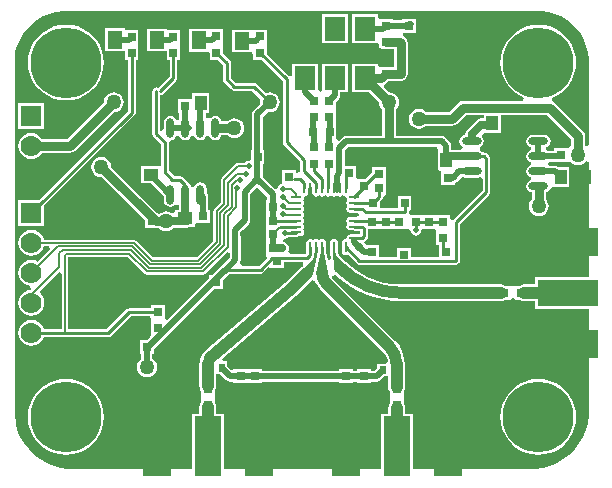
<source format=gtl>
G04 Layer_Physical_Order=1*
G04 Layer_Color=255*
%FSAX24Y24*%
%MOIN*%
G70*
G01*
G75*
%ADD10C,0.0100*%
%ADD11C,0.0394*%
%ADD12R,0.0300X0.0300*%
%ADD13R,0.0300X0.0300*%
%ADD14R,0.0500X0.0600*%
%ADD15R,0.0709X0.0787*%
%ADD16R,0.0900X0.2000*%
%ADD17R,0.2000X0.0900*%
%ADD18O,0.0256X0.0650*%
%ADD19R,0.1220X0.0949*%
%ADD20O,0.0650X0.0256*%
%ADD21R,0.0949X0.1220*%
%ADD22R,0.0500X0.0400*%
%ADD23R,0.0400X0.0500*%
%ADD24R,0.1437X0.1437*%
%ADD25O,0.0098X0.0374*%
%ADD26O,0.0374X0.0098*%
%ADD27R,0.0228X0.0252*%
%ADD28C,0.0200*%
%ADD29C,0.0276*%
%ADD30C,0.0300*%
%ADD31C,0.0080*%
%ADD32C,0.0060*%
%ADD33C,0.0250*%
%ADD34C,0.0236*%
%ADD35C,0.2362*%
%ADD36R,0.0950X0.2000*%
%ADD37C,0.0700*%
%ADD38R,0.0700X0.0700*%
%ADD39R,0.2000X0.0950*%
%ADD40C,0.0200*%
%ADD41C,0.0250*%
%ADD42C,0.0500*%
%ADD43C,0.0280*%
%ADD44C,0.0197*%
G36*
X020790Y017350D02*
X020792Y017319D01*
X020804Y017259D01*
X020827Y017202D01*
X020861Y017151D01*
X020882Y017128D01*
X020882Y017128D01*
X021100Y016910D01*
X020740Y016750D01*
X020700Y017350D01*
X020790Y017400D01*
Y017350D01*
D02*
G37*
G36*
X020540Y016650D02*
X020352Y016610D01*
X020160D01*
X020300Y017310D01*
X020400D01*
X020540Y016650D01*
D02*
G37*
G36*
X024150Y017990D02*
X024150Y017980D01*
Y017530D01*
X024240D01*
Y017152D01*
X023320D01*
Y017440D01*
X022860D01*
Y017152D01*
X022250D01*
Y017540D01*
X021804D01*
X021799Y017564D01*
X021751Y017636D01*
X021777Y017660D01*
X021788Y017667D01*
X021854Y017733D01*
X021854Y017733D01*
X021882Y017776D01*
X021892Y017827D01*
Y018080D01*
X023150D01*
X023160Y018080D01*
X023207D01*
X023287Y018030D01*
X023301Y017960D01*
X023340Y017900D01*
X023400Y017861D01*
X023470Y017847D01*
X023540Y017861D01*
X023600Y017900D01*
X023639Y017960D01*
X023653Y018030D01*
X023695Y018080D01*
X024126D01*
X024150Y017990D01*
D02*
G37*
G36*
X018517Y019154D02*
Y019030D01*
X018470D01*
Y018570D01*
Y018120D01*
Y017670D01*
Y017220D01*
X018471D01*
X018513Y017120D01*
X018245Y016852D01*
X017668D01*
X017615Y016952D01*
X017619Y016960D01*
X017633Y017030D01*
Y017974D01*
X017900Y018240D01*
X017939Y018300D01*
X017953Y018370D01*
Y019244D01*
X018190Y019481D01*
X018517Y019154D01*
D02*
G37*
G36*
X020160Y017030D02*
X020050Y016560D01*
X019780Y016570D01*
Y016790D01*
X020080Y017110D01*
X020160Y017030D01*
D02*
G37*
G36*
X017150Y013040D02*
X017210Y013001D01*
X017280Y012987D01*
X017370D01*
X017430Y012945D01*
Y012945D01*
X017890D01*
Y012945D01*
X017900Y012950D01*
X018360D01*
Y012987D01*
X020930D01*
Y012940D01*
X021390D01*
Y012987D01*
X021530D01*
Y012935D01*
X021990D01*
Y012987D01*
X022167D01*
X022237Y013001D01*
X022297Y013040D01*
X022431Y013174D01*
X022552D01*
Y012820D01*
X022561Y012748D01*
X022589Y012680D01*
X022605Y012660D01*
Y012535D01*
X022605Y012525D01*
Y012435D01*
X022605Y012425D01*
Y012245D01*
X022593Y012230D01*
X022565Y012162D01*
X022555Y012090D01*
Y011907D01*
X022305D01*
Y010081D01*
X017065Y010081D01*
Y011907D01*
X016815D01*
Y012125D01*
X016805Y012197D01*
X016777Y012264D01*
X016765Y012280D01*
Y012425D01*
X016765Y012435D01*
Y012525D01*
X016765Y012535D01*
Y012685D01*
X016777Y012700D01*
X016805Y012768D01*
X016815Y012840D01*
Y013244D01*
X016946D01*
X017150Y013040D01*
D02*
G37*
G36*
X020963Y016392D02*
X021215Y016205D01*
X021485Y016043D01*
X021770Y015908D01*
X022066Y015802D01*
X022372Y015726D01*
X022683Y015680D01*
X022998Y015664D01*
Y015666D01*
X026310D01*
X026382Y015675D01*
X026450Y015703D01*
X026465Y015715D01*
X026639D01*
X026648Y015715D01*
X026739D01*
X026748Y015715D01*
X026925D01*
X026940Y015703D01*
X027008Y015675D01*
X027080Y015666D01*
X027463D01*
Y015415D01*
X029245D01*
X029245Y011996D01*
X029245Y011870D01*
X029213Y011621D01*
X029148Y011379D01*
X029052Y011147D01*
X028926Y010930D01*
X028773Y010731D01*
X028596Y010553D01*
X028397Y010400D01*
X028179Y010275D01*
X027948Y010179D01*
X027705Y010114D01*
X027456Y010081D01*
X027331Y010081D01*
X023365D01*
Y011907D01*
X023114D01*
Y012090D01*
X023104Y012162D01*
X023076Y012230D01*
X023065Y012245D01*
Y012425D01*
X023065Y012435D01*
Y012525D01*
X023065Y012535D01*
Y012670D01*
X023072Y012680D01*
X023100Y012748D01*
X023110Y012820D01*
Y013583D01*
X023111D01*
X023097Y013754D01*
X023057Y013920D01*
X022992Y014079D01*
X022902Y014225D01*
X022791Y014355D01*
X022790Y014355D01*
X022790Y014355D01*
X020691Y016453D01*
X020688Y016456D01*
X020677Y016473D01*
X020684Y016510D01*
X020792Y016547D01*
X020963Y016392D01*
D02*
G37*
G36*
X017267Y017258D02*
Y017106D01*
X017030Y016870D01*
X017000Y016850D01*
X016680Y016530D01*
X016580D01*
Y016430D01*
X015195Y015045D01*
X015110Y015101D01*
Y015540D01*
X014650D01*
Y015432D01*
X013920D01*
X013920Y015432D01*
X013869Y015422D01*
X013826Y015394D01*
X013826Y015394D01*
X013175Y014742D01*
X011892D01*
Y017138D01*
X013884D01*
X014441Y016581D01*
X014477Y016556D01*
X014520Y016548D01*
X016379D01*
X016422Y016556D01*
X016458Y016581D01*
X017174Y017297D01*
X017267Y017258D01*
D02*
G37*
G36*
X020121Y016335D02*
X020129Y016306D01*
X020200Y016174D01*
X020296Y016058D01*
X020297Y016058D01*
X022395Y013960D01*
X022401Y013955D01*
X022482Y013850D01*
X022535Y013721D01*
X022540Y013686D01*
X022452Y013586D01*
X022183D01*
Y013445D01*
X022091Y013353D01*
X021990D01*
Y013395D01*
X021530D01*
Y013353D01*
X021390D01*
Y013400D01*
X020930D01*
Y013353D01*
X018360D01*
Y013410D01*
X017900D01*
Y013410D01*
X017890Y013405D01*
X017430D01*
X017430Y013405D01*
X017330Y013379D01*
X017194Y013515D01*
Y013656D01*
X017050D01*
X017016Y013750D01*
X019488Y015845D01*
X019496Y015854D01*
X019505Y015861D01*
X020008Y016363D01*
X020121Y016335D01*
D02*
G37*
G36*
X028656Y021073D02*
Y020867D01*
X028558Y020770D01*
X028550Y020770D01*
X028525Y020770D01*
X028090D01*
Y020683D01*
X027859D01*
X027840Y020696D01*
X027824Y020699D01*
Y020801D01*
X027840Y020804D01*
X027909Y020850D01*
X027955Y020919D01*
X027971Y021000D01*
X027955Y021081D01*
X027909Y021150D01*
X027840Y021196D01*
X027759Y021212D01*
X027365D01*
X027284Y021196D01*
X027215Y021150D01*
X027170Y021081D01*
X027153Y021000D01*
X027170Y020919D01*
X027215Y020850D01*
X027284Y020804D01*
X027300Y020801D01*
Y020699D01*
X027284Y020696D01*
X027215Y020650D01*
X027170Y020581D01*
X027153Y020500D01*
X027170Y020419D01*
X027215Y020350D01*
X027284Y020304D01*
X027300Y020301D01*
Y020199D01*
X027284Y020196D01*
X027215Y020150D01*
X027170Y020081D01*
X027153Y020000D01*
X027170Y019919D01*
X027215Y019850D01*
X027284Y019804D01*
X027300Y019801D01*
Y019699D01*
X027284Y019696D01*
X027215Y019650D01*
X027170Y019581D01*
X027153Y019500D01*
X027170Y019419D01*
X027215Y019350D01*
X027284Y019304D01*
X027336Y019294D01*
Y019066D01*
X027335Y019065D01*
X027282Y018996D01*
X027249Y018916D01*
X027237Y018830D01*
X027249Y018744D01*
X027282Y018664D01*
X027335Y018595D01*
X027404Y018542D01*
X027484Y018509D01*
X027570Y018497D01*
X027656Y018509D01*
X027736Y018542D01*
X027805Y018595D01*
X027858Y018664D01*
X027891Y018744D01*
X027903Y018830D01*
X027891Y018916D01*
X027858Y018996D01*
X027805Y019065D01*
X027804Y019066D01*
Y019297D01*
X027840Y019304D01*
X027909Y019350D01*
X027946Y019406D01*
X027981Y019436D01*
X028032Y019470D01*
X028067Y019470D01*
X028580D01*
Y020130D01*
X028229D01*
X028170Y020169D01*
X028100Y020183D01*
X027920D01*
X027881Y020283D01*
X027918Y020317D01*
X028090D01*
Y020310D01*
X028525D01*
X028550Y020310D01*
X028650Y020311D01*
X028655Y020305D01*
X028724Y020252D01*
X028804Y020219D01*
X028890Y020207D01*
X028976Y020219D01*
X029056Y020252D01*
X029125Y020305D01*
X029145Y020331D01*
X029245Y020297D01*
Y016475D01*
X027463D01*
Y016224D01*
X027080D01*
X027008Y016215D01*
X026940Y016187D01*
X026925Y016175D01*
X026748D01*
X026739Y016175D01*
X026648D01*
X026639Y016175D01*
X026465D01*
X026450Y016187D01*
X026382Y016215D01*
X026310Y016224D01*
X022998D01*
X022998Y016224D01*
Y016224D01*
X022899Y016228D01*
X022701Y016239D01*
X022408Y016289D01*
X022122Y016371D01*
X021848Y016485D01*
X021588Y016629D01*
X021346Y016801D01*
X021149Y016976D01*
X020941Y017184D01*
X020926Y017201D01*
X020899Y017241D01*
X020882Y017283D01*
X020874Y017323D01*
X020877Y017338D01*
Y017613D01*
X020867Y017664D01*
X020838Y017706D01*
X020796Y017735D01*
X020745Y017745D01*
X020695Y017735D01*
X020652Y017706D01*
X020624Y017664D01*
X020614Y017613D01*
Y017338D01*
X020622Y017296D01*
X020637Y017066D01*
X020538Y017052D01*
X020484Y017307D01*
Y017476D01*
X020483Y017480D01*
Y017613D01*
X020473Y017664D01*
X020445Y017706D01*
X020402Y017735D01*
X020352Y017745D01*
X020301Y017735D01*
X020258Y017706D01*
X020248D01*
X020205Y017735D01*
X020155Y017745D01*
X020104Y017735D01*
X020062Y017706D01*
X020051D01*
X020008Y017735D01*
X019958Y017745D01*
X019907Y017735D01*
X019865Y017706D01*
X019836Y017664D01*
X019826Y017613D01*
Y017480D01*
X019825Y017476D01*
Y017259D01*
X019798Y017232D01*
X019283D01*
X019229Y017332D01*
X019237Y017344D01*
X019254Y017430D01*
X019237Y017516D01*
X019189Y017589D01*
X019116Y017637D01*
X019043Y017652D01*
X019041Y017654D01*
X019089Y017735D01*
X019100Y017744D01*
X019170Y017758D01*
X019226Y017795D01*
X019476D01*
X019526Y017805D01*
X019557Y017826D01*
X019613D01*
X019664Y017836D01*
X019706Y017865D01*
X019735Y017907D01*
X019745Y017958D01*
X019735Y018008D01*
X019709Y018056D01*
X019735Y018104D01*
X019745Y018155D01*
X019735Y018205D01*
X019709Y018253D01*
X019735Y018301D01*
X019745Y018352D01*
X019735Y018402D01*
X019709Y018450D01*
X019735Y018498D01*
X019745Y018548D01*
X019735Y018599D01*
X019709Y018647D01*
X019735Y018695D01*
X019745Y018745D01*
X019735Y018796D01*
X019709Y018844D01*
X019735Y018892D01*
X019745Y018942D01*
X019735Y018993D01*
X019706Y019035D01*
Y019046D01*
X019735Y019089D01*
X019745Y019139D01*
X019761Y019155D01*
X019811Y019165D01*
X019854Y019194D01*
X019883Y019236D01*
X019893Y019287D01*
Y019420D01*
X019893Y019424D01*
Y019439D01*
X019993Y019492D01*
X020022Y019473D01*
Y019424D01*
X020023Y019420D01*
Y019287D01*
X020033Y019236D01*
X020062Y019194D01*
X020104Y019165D01*
X020155Y019155D01*
X020205Y019165D01*
X020253Y019191D01*
X020301Y019165D01*
X020352Y019155D01*
X020402Y019165D01*
X020450Y019191D01*
X020498Y019165D01*
X020548Y019155D01*
X020599Y019165D01*
X020647Y019191D01*
X020695Y019165D01*
X020745Y019155D01*
X020796Y019165D01*
X020827Y019186D01*
X020855Y019180D01*
X020866Y019182D01*
X020892Y019165D01*
X020942Y019155D01*
X020993Y019165D01*
X021035Y019194D01*
X021046D01*
X021089Y019165D01*
X021139Y019155D01*
X021155Y019139D01*
X021165Y019089D01*
X021191Y019041D01*
X021165Y018993D01*
X021155Y018942D01*
X021165Y018892D01*
X021191Y018844D01*
X021165Y018796D01*
X021155Y018745D01*
X021165Y018695D01*
X021194Y018652D01*
X021236Y018624D01*
X021287Y018614D01*
X021420D01*
X021424Y018613D01*
X021562D01*
X021582Y018584D01*
X021528Y018484D01*
X021424D01*
X021420Y018483D01*
X021287D01*
X021236Y018473D01*
X021194Y018445D01*
X021165Y018402D01*
X021155Y018352D01*
X021165Y018301D01*
X021191Y018253D01*
X021165Y018205D01*
X021155Y018155D01*
X021165Y018104D01*
X021194Y018062D01*
X021236Y018033D01*
X021287Y018023D01*
X021420D01*
X021424Y018022D01*
X021628D01*
Y017893D01*
X021424D01*
X021420Y017893D01*
X021287D01*
X021236Y017883D01*
X021194Y017854D01*
X021165Y017811D01*
X021155Y017761D01*
X021139Y017745D01*
X021089Y017735D01*
X021046Y017706D01*
X021017Y017664D01*
X021007Y017613D01*
Y017480D01*
X021007Y017476D01*
X021007Y017472D01*
Y017338D01*
X021017Y017287D01*
X021046Y017245D01*
X021089Y017216D01*
X021139Y017206D01*
X021189Y017216D01*
X021202Y017225D01*
X021501Y016926D01*
X021501Y016926D01*
X021544Y016898D01*
X021595Y016888D01*
X021595Y016888D01*
X024810D01*
X024861Y016898D01*
X024904Y016926D01*
X024932Y016969D01*
X024942Y017020D01*
Y018235D01*
X025924Y019216D01*
X025924Y019216D01*
X025952Y019259D01*
X025962Y019310D01*
X025962Y019310D01*
Y020417D01*
X025952Y020467D01*
X025924Y020510D01*
X025840Y020594D01*
X025797Y020622D01*
X025747Y020632D01*
X025747Y020632D01*
X025696D01*
X025685Y020650D01*
X025616Y020696D01*
X025600Y020699D01*
Y020801D01*
X025616Y020804D01*
X025685Y020850D01*
X025730Y020919D01*
X025747Y021000D01*
X025730Y021081D01*
X025685Y021150D01*
X025715Y021238D01*
X025763Y021280D01*
X026300D01*
Y021886D01*
X027843D01*
X028656Y021073D01*
D02*
G37*
G36*
X027559Y025333D02*
X027670Y025333D01*
X027891Y025302D01*
X028106Y025243D01*
X028311Y025156D01*
X028503Y025043D01*
X028678Y024906D01*
X028835Y024748D01*
X028969Y024570D01*
X029079Y024376D01*
X029163Y024170D01*
X029219Y023954D01*
X029246Y023733D01*
X029245Y023622D01*
X029245Y023622D01*
X029245Y023622D01*
Y020884D01*
X029145Y020833D01*
X029124Y020848D01*
Y021170D01*
X029124Y021170D01*
X029107Y021260D01*
X029056Y021336D01*
X029056Y021336D01*
X028106Y022286D01*
X028030Y022337D01*
X028015Y022340D01*
X028008Y022443D01*
X028133Y022495D01*
X028303Y022599D01*
X028453Y022728D01*
X028582Y022879D01*
X028686Y023048D01*
X028762Y023231D01*
X028808Y023424D01*
X028824Y023622D01*
X028808Y023820D01*
X028762Y024013D01*
X028686Y024196D01*
X028582Y024366D01*
X028453Y024516D01*
X028303Y024645D01*
X028133Y024749D01*
X027950Y024825D01*
X027757Y024871D01*
X027559Y024887D01*
X027361Y024871D01*
X027168Y024825D01*
X026985Y024749D01*
X026816Y024645D01*
X026665Y024516D01*
X026536Y024366D01*
X026432Y024196D01*
X026356Y024013D01*
X026310Y023820D01*
X026294Y023622D01*
X026310Y023424D01*
X026356Y023231D01*
X026432Y023048D01*
X026536Y022879D01*
X026665Y022728D01*
X026816Y022599D01*
X026985Y022495D01*
X027083Y022454D01*
X027063Y022354D01*
X025040D01*
X025040Y022354D01*
X024950Y022337D01*
X024874Y022286D01*
X024874Y022286D01*
X024573Y021984D01*
X023816D01*
X023815Y021985D01*
X023746Y022038D01*
X023666Y022071D01*
X023580Y022083D01*
X023494Y022071D01*
X023414Y022038D01*
X023345Y021985D01*
X023292Y021916D01*
X023259Y021836D01*
X023247Y021750D01*
X023259Y021664D01*
X023292Y021584D01*
X023345Y021515D01*
X023414Y021462D01*
X023494Y021429D01*
X023580Y021417D01*
X023666Y021429D01*
X023746Y021462D01*
X023815Y021515D01*
X023816Y021516D01*
X024670D01*
X024670Y021516D01*
X024760Y021533D01*
X024836Y021584D01*
X025137Y021886D01*
X025740D01*
Y021772D01*
X025660D01*
X025575Y021755D01*
X025503Y021707D01*
X025181Y021385D01*
X025133Y021313D01*
X025116Y021228D01*
Y021207D01*
X025060Y021196D01*
X024991Y021150D01*
X024945Y021081D01*
X024929Y021000D01*
X024945Y020919D01*
X024991Y020850D01*
X025053Y020809D01*
X025054Y020802D01*
X024993Y020709D01*
X024663D01*
Y020850D01*
X024649Y020920D01*
X024610Y020980D01*
X024470Y021120D01*
X024410Y021159D01*
X024340Y021173D01*
X022814D01*
Y022064D01*
X022815Y022065D01*
X022868Y022134D01*
X022901Y022214D01*
X022913Y022300D01*
X022901Y022386D01*
X022868Y022466D01*
X022815Y022535D01*
X022746Y022588D01*
X022666Y022621D01*
X022580Y022633D01*
X022579Y022633D01*
X022428Y022783D01*
X022426Y022808D01*
X022450Y022903D01*
X022496Y022934D01*
X022577Y023016D01*
X022980D01*
X023070Y023033D01*
X023146Y023084D01*
X023197Y023160D01*
X023214Y023250D01*
Y023550D01*
X023230D01*
Y024010D01*
X023214D01*
Y024280D01*
X023214Y024280D01*
X023197Y024370D01*
X023146Y024446D01*
X023146Y024446D01*
X023126Y024466D01*
X023050Y024517D01*
X023032Y024520D01*
X023042Y024620D01*
X023480D01*
Y024888D01*
X023483Y024911D01*
X023480Y024923D01*
Y025080D01*
X023312D01*
X023289Y025083D01*
X023237Y025080D01*
X023020D01*
Y025033D01*
X022710D01*
Y025080D01*
X022250D01*
X022214Y025165D01*
Y025227D01*
X021346D01*
Y024280D01*
X022151D01*
X022215Y024278D01*
X022250Y024195D01*
Y024070D01*
X022457D01*
X022480Y024066D01*
X022746D01*
Y023484D01*
X022480D01*
X022480Y023484D01*
X022457Y023480D01*
X022250D01*
X022214Y023565D01*
Y023574D01*
X021346D01*
Y022626D01*
X021922D01*
X022247Y022301D01*
X022247Y022300D01*
X022259Y022214D01*
X022292Y022134D01*
X022345Y022065D01*
X022346Y022064D01*
Y021173D01*
X021150D01*
X021080Y021159D01*
X021020Y021120D01*
X020901Y021001D01*
X020830Y021071D01*
Y021530D01*
X020830D01*
X020810Y021570D01*
Y022020D01*
X020810Y022030D01*
Y022120D01*
X020810Y022130D01*
Y022320D01*
X020910Y022420D01*
X020949Y022480D01*
X020963Y022550D01*
Y022626D01*
X021214D01*
Y023574D01*
X020346D01*
Y022669D01*
X020321Y022657D01*
X020303Y022651D01*
X020214Y022710D01*
Y023574D01*
X019346D01*
Y023210D01*
X019316Y023189D01*
X019246Y023172D01*
X018520Y023897D01*
Y024170D01*
X018520Y024170D01*
Y024260D01*
X018520D01*
X018520Y024270D01*
Y024720D01*
X018060D01*
Y024720D01*
X018020D01*
Y024720D01*
X017360D01*
Y023960D01*
X018020D01*
X018060Y023877D01*
Y023710D01*
X018333D01*
X019038Y023005D01*
Y020960D01*
X019038Y020960D01*
X019048Y020909D01*
X019076Y020866D01*
X019618Y020325D01*
Y020020D01*
X019568Y019964D01*
X019500Y019955D01*
X019490Y019961D01*
Y020050D01*
X019030D01*
Y019590D01*
X019030Y019590D01*
X018990Y019579D01*
X018930Y019540D01*
X018891Y019480D01*
X018884Y019447D01*
X018786Y019408D01*
X018782Y019408D01*
X018373Y019816D01*
Y020250D01*
X018430D01*
Y020710D01*
X018373D01*
Y021814D01*
X018535Y021976D01*
X018600Y021967D01*
X018686Y021979D01*
X018766Y022012D01*
X018835Y022065D01*
X018888Y022134D01*
X018921Y022214D01*
X018933Y022300D01*
X018921Y022386D01*
X018888Y022466D01*
X018835Y022535D01*
X018766Y022588D01*
X018686Y022621D01*
X018600Y022633D01*
X018514Y022621D01*
X018480Y022607D01*
X018174Y022914D01*
X018131Y022942D01*
X018080Y022952D01*
X018080Y022952D01*
X017475D01*
X017312Y023115D01*
Y023600D01*
X017312Y023600D01*
X017302Y023651D01*
X017274Y023694D01*
X017274Y023694D01*
X017060Y023907D01*
Y024180D01*
X017060Y024180D01*
Y024270D01*
X017060D01*
X017060Y024280D01*
Y024730D01*
X016600D01*
Y024730D01*
X016570Y024740D01*
X016570Y024740D01*
X016504Y024740D01*
X015910D01*
Y023980D01*
X016570D01*
X016600Y023893D01*
Y023720D01*
X016873D01*
X017048Y023545D01*
Y023060D01*
X017048Y023060D01*
X017058Y023009D01*
X017086Y022966D01*
X017326Y022726D01*
X017326Y022726D01*
X017369Y022698D01*
X017420Y022688D01*
X018025D01*
X018293Y022420D01*
X018279Y022386D01*
X018267Y022300D01*
X018276Y022235D01*
X018060Y022020D01*
X018021Y021960D01*
X018007Y021890D01*
Y020710D01*
X017970D01*
Y020411D01*
X017900Y020353D01*
X017830Y020339D01*
X017770Y020300D01*
X017759Y020282D01*
X017540D01*
X017497Y020274D01*
X017461Y020249D01*
X017001Y019789D01*
X016976Y019753D01*
X016968Y019710D01*
Y018946D01*
X016761Y018738D01*
X016736Y018702D01*
X016728Y018659D01*
Y017676D01*
X016184Y017132D01*
X014716D01*
X014158Y017689D01*
X014122Y017714D01*
X014079Y017722D01*
X011079D01*
X011079Y017722D01*
X011036Y017827D01*
X010967Y017917D01*
X010877Y017986D01*
X010772Y018029D01*
X010660Y018044D01*
X010548Y018029D01*
X010443Y017986D01*
X010353Y017917D01*
X010284Y017827D01*
X010241Y017722D01*
X010226Y017610D01*
X010241Y017498D01*
X010284Y017393D01*
X010353Y017303D01*
X010443Y017234D01*
X010548Y017191D01*
X010660Y017176D01*
X010772Y017191D01*
X010877Y017234D01*
X010967Y017303D01*
X011036Y017393D01*
X011079Y017498D01*
X011079Y017498D01*
X011259D01*
X011297Y017406D01*
X010877Y016985D01*
X010877Y016986D01*
X010772Y017029D01*
X010660Y017044D01*
X010548Y017029D01*
X010443Y016986D01*
X010353Y016917D01*
X010284Y016827D01*
X010241Y016722D01*
X010226Y016610D01*
X010241Y016498D01*
X010284Y016393D01*
X010353Y016303D01*
X010443Y016234D01*
X010548Y016191D01*
X010602Y016184D01*
X010618Y016170D01*
X010653Y016079D01*
X010624Y016039D01*
X010548Y016029D01*
X010443Y015986D01*
X010353Y015917D01*
X010284Y015827D01*
X010241Y015722D01*
X010226Y015610D01*
X010241Y015498D01*
X010284Y015393D01*
X010353Y015303D01*
X010443Y015234D01*
X010548Y015191D01*
X010660Y015176D01*
X010772Y015191D01*
X010877Y015234D01*
X010967Y015303D01*
X011036Y015393D01*
X011079Y015498D01*
X011094Y015610D01*
X011079Y015722D01*
X011036Y015827D01*
X010967Y015917D01*
X010960Y016012D01*
X011576Y016627D01*
X011668Y016589D01*
Y014742D01*
X011070D01*
X011036Y014827D01*
X010967Y014917D01*
X010877Y014986D01*
X010772Y015029D01*
X010660Y015044D01*
X010548Y015029D01*
X010443Y014986D01*
X010353Y014917D01*
X010284Y014827D01*
X010241Y014722D01*
X010226Y014610D01*
X010241Y014498D01*
X010284Y014393D01*
X010353Y014303D01*
X010443Y014234D01*
X010548Y014191D01*
X010660Y014176D01*
X010772Y014191D01*
X010877Y014234D01*
X010967Y014303D01*
X011036Y014393D01*
X011070Y014478D01*
X013230D01*
X013230Y014478D01*
X013281Y014488D01*
X013324Y014516D01*
X013975Y015168D01*
X014620D01*
X014650Y015080D01*
Y014990D01*
X014650D01*
Y014530D01*
X014650Y014530D01*
X014650D01*
X014602Y014451D01*
X014530Y014380D01*
X014275D01*
Y013920D01*
X014327D01*
Y013745D01*
X014275Y013705D01*
X014222Y013636D01*
X014189Y013556D01*
X014177Y013470D01*
X014189Y013384D01*
X014222Y013304D01*
X014275Y013235D01*
X014344Y013182D01*
X014424Y013149D01*
X014510Y013137D01*
X014596Y013149D01*
X014676Y013182D01*
X014745Y013235D01*
X014798Y013304D01*
X014831Y013384D01*
X014843Y013470D01*
X014831Y013556D01*
X014798Y013636D01*
X014745Y013705D01*
X014693Y013745D01*
Y013920D01*
X014735D01*
Y014065D01*
X016740Y016070D01*
X017040D01*
Y016360D01*
X017267Y016588D01*
X018300D01*
X018300Y016588D01*
X018351Y016598D01*
X018394Y016626D01*
X018572Y016804D01*
X018630Y016780D01*
Y016780D01*
X019090D01*
Y016968D01*
X019709D01*
X019717Y016950D01*
X019722Y016854D01*
X019664Y016809D01*
X019119Y016264D01*
X016497Y014042D01*
X016423Y013981D01*
X016423Y013981D01*
X016333Y013864D01*
X016277Y013728D01*
X016266Y013646D01*
X016266Y013645D01*
X016256Y013573D01*
Y012840D01*
X016266Y012768D01*
X016294Y012700D01*
X016306Y012685D01*
Y012535D01*
X016306Y012525D01*
Y012435D01*
X016306Y012425D01*
Y012280D01*
X016294Y012264D01*
X016266Y012197D01*
X016256Y012125D01*
Y011907D01*
X016006D01*
Y010081D01*
X012014D01*
X011889Y010081D01*
X011640Y010114D01*
X011398Y010179D01*
X011166Y010275D01*
X010948Y010400D01*
X010749Y010553D01*
X010572Y010731D01*
X010419Y010930D01*
X010293Y011147D01*
X010197Y011379D01*
X010132Y011621D01*
X010100Y011870D01*
X010100Y011996D01*
X010100Y023622D01*
Y023734D01*
X010129Y023957D01*
X010187Y024173D01*
X010273Y024381D01*
X010385Y024575D01*
X010522Y024753D01*
X010680Y024911D01*
X010858Y025048D01*
X011053Y025160D01*
X011260Y025246D01*
X011476Y025304D01*
X011699Y025333D01*
X011811D01*
X011811Y025333D01*
X027559Y025333D01*
D02*
G37*
G36*
X022580Y020807D02*
X024182D01*
X024196Y020788D01*
X024200Y020690D01*
X024200D01*
Y020030D01*
X024228D01*
X024320Y020010D01*
Y019550D01*
X024780D01*
Y019611D01*
X024839Y019650D01*
X025005Y019817D01*
X025041D01*
X025060Y019804D01*
X025141Y019788D01*
X025535D01*
X025598Y019801D01*
X025664Y019765D01*
X025698Y019739D01*
Y019365D01*
X024716Y018384D01*
X024710Y018374D01*
X024610Y018404D01*
Y018540D01*
X023309D01*
X023306Y018541D01*
X023241Y018620D01*
X023252Y018682D01*
X023266Y018720D01*
X023330D01*
Y019180D01*
X022870D01*
Y018762D01*
X022280D01*
Y018993D01*
X022344Y019056D01*
X022344Y019056D01*
X022372Y019099D01*
X022382Y019150D01*
X022447Y019220D01*
X022480D01*
Y019670D01*
Y020130D01*
X022020D01*
Y019957D01*
X021793Y019730D01*
X021576D01*
X021520Y019730D01*
X021480Y019813D01*
Y020180D01*
X021112D01*
Y020693D01*
X021226Y020807D01*
X022500D01*
X022540Y020815D01*
X022580Y020807D01*
D02*
G37*
%LPC*%
G36*
X027559Y013076D02*
X027361Y013060D01*
X027168Y013014D01*
X026985Y012938D01*
X026816Y012834D01*
X026665Y012705D01*
X026536Y012555D01*
X026432Y012385D01*
X026356Y012202D01*
X026310Y012009D01*
X026294Y011811D01*
X026310Y011613D01*
X026356Y011420D01*
X026432Y011237D01*
X026536Y011068D01*
X026665Y010917D01*
X026816Y010788D01*
X026985Y010684D01*
X027168Y010608D01*
X027361Y010562D01*
X027559Y010546D01*
X027757Y010562D01*
X027950Y010608D01*
X028133Y010684D01*
X028303Y010788D01*
X028453Y010917D01*
X028582Y011068D01*
X028686Y011237D01*
X028762Y011420D01*
X028808Y011613D01*
X028824Y011811D01*
X028808Y012009D01*
X028762Y012202D01*
X028686Y012385D01*
X028582Y012555D01*
X028453Y012705D01*
X028303Y012834D01*
X028133Y012938D01*
X027950Y013014D01*
X027757Y013060D01*
X027559Y013076D01*
D02*
G37*
G36*
X011811D02*
X011613Y013060D01*
X011420Y013014D01*
X011237Y012938D01*
X011068Y012834D01*
X010917Y012705D01*
X010788Y012555D01*
X010684Y012385D01*
X010608Y012202D01*
X010562Y012009D01*
X010546Y011811D01*
X010562Y011613D01*
X010608Y011420D01*
X010684Y011237D01*
X010788Y011068D01*
X010917Y010917D01*
X011068Y010788D01*
X011237Y010684D01*
X011420Y010608D01*
X011613Y010562D01*
X011811Y010546D01*
X012009Y010562D01*
X012202Y010608D01*
X012385Y010684D01*
X012555Y010788D01*
X012705Y010917D01*
X012834Y011068D01*
X012938Y011237D01*
X013014Y011420D01*
X013060Y011613D01*
X013076Y011811D01*
X013060Y012009D01*
X013014Y012202D01*
X012938Y012385D01*
X012834Y012555D01*
X012705Y012705D01*
X012555Y012834D01*
X012385Y012938D01*
X012202Y013014D01*
X012009Y013060D01*
X011811Y013076D01*
D02*
G37*
G36*
X021214Y025227D02*
X020346D01*
Y024280D01*
X021214D01*
Y025227D01*
D02*
G37*
G36*
X015180Y024750D02*
X014520D01*
Y023990D01*
X015166D01*
Y023699D01*
X015264D01*
Y023161D01*
X014879Y022777D01*
X014871Y022782D01*
X014820Y022792D01*
X014769Y022782D01*
X014726Y022754D01*
X014698Y022711D01*
X014688Y022660D01*
Y021240D01*
X014688Y021240D01*
X014698Y021189D01*
X014726Y021146D01*
X014968Y020905D01*
Y020160D01*
X014320D01*
Y019600D01*
X014648D01*
X015078Y019170D01*
Y019021D01*
X015094Y018940D01*
X015140Y018871D01*
X015209Y018825D01*
X015290Y018809D01*
X015371Y018825D01*
X015440Y018871D01*
X015468Y018913D01*
X015568Y018883D01*
Y018710D01*
X015460D01*
Y018638D01*
X015360Y018592D01*
X015326Y018618D01*
X015246Y018651D01*
X015160Y018663D01*
X015074Y018651D01*
X014994Y018618D01*
X014925Y018565D01*
X014843Y018619D01*
X013323Y020139D01*
X013323Y020140D01*
X013311Y020226D01*
X013278Y020306D01*
X013225Y020375D01*
X013156Y020428D01*
X013076Y020461D01*
X012990Y020473D01*
X012904Y020461D01*
X012824Y020428D01*
X012755Y020375D01*
X012702Y020306D01*
X012669Y020226D01*
X012657Y020140D01*
X012669Y020054D01*
X012702Y019974D01*
X012755Y019905D01*
X012824Y019852D01*
X012904Y019819D01*
X012990Y019807D01*
X012991Y019807D01*
X014440Y018358D01*
Y018100D01*
X014777D01*
X014800Y018096D01*
X014800Y018096D01*
X014924D01*
X014925Y018095D01*
X014994Y018042D01*
X015074Y018009D01*
X015160Y017997D01*
X015246Y018009D01*
X015326Y018042D01*
X015395Y018095D01*
X015406Y018108D01*
X015840D01*
X015925Y018125D01*
X015963Y018150D01*
X016120D01*
Y018173D01*
X016150Y018260D01*
X016220Y018260D01*
X016610D01*
Y018720D01*
X016563D01*
Y019128D01*
X016549Y019198D01*
X016510Y019258D01*
X016502Y019265D01*
Y019415D01*
X016486Y019496D01*
X016440Y019565D01*
X016371Y019610D01*
X016290Y019627D01*
X016209Y019610D01*
X016140Y019565D01*
X016094Y019496D01*
X016091Y019480D01*
X015989D01*
X015986Y019496D01*
X015940Y019565D01*
X015909Y019585D01*
X015884Y019623D01*
X015884Y019623D01*
X015693Y019814D01*
X015650Y019842D01*
X015599Y019852D01*
X015599Y019852D01*
X015415D01*
X015232Y020035D01*
Y020943D01*
X015261Y020988D01*
X015312Y021038D01*
X015371Y021050D01*
X015440Y021095D01*
X015486Y021164D01*
X015489Y021180D01*
X015591D01*
X015594Y021164D01*
X015640Y021095D01*
X015709Y021050D01*
X015790Y021033D01*
X015871Y021050D01*
X015940Y021095D01*
X015986Y021164D01*
X015989Y021180D01*
X016091D01*
X016094Y021164D01*
X016140Y021095D01*
X016209Y021050D01*
X016290Y021033D01*
X016371Y021050D01*
X016440Y021095D01*
X016486Y021164D01*
X016489Y021180D01*
X016591D01*
X016594Y021164D01*
X016640Y021095D01*
X016709Y021050D01*
X016790Y021033D01*
X016871Y021050D01*
X016940Y021095D01*
X016986Y021164D01*
X016994Y021208D01*
X017185D01*
X017195Y021195D01*
X017264Y021142D01*
X017344Y021109D01*
X017430Y021097D01*
X017516Y021109D01*
X017596Y021142D01*
X017665Y021195D01*
X017718Y021264D01*
X017751Y021344D01*
X017763Y021430D01*
X017751Y021516D01*
X017718Y021596D01*
X017665Y021665D01*
X017596Y021718D01*
X017516Y021751D01*
X017430Y021763D01*
X017344Y021751D01*
X017264Y021718D01*
X017209Y021677D01*
X016994D01*
X016986Y021720D01*
X016940Y021789D01*
X016871Y021835D01*
X016790Y021851D01*
X016709Y021835D01*
X016640Y021789D01*
X016630Y021774D01*
X016508Y021760D01*
X016473Y021798D01*
Y021940D01*
X016580D01*
Y022600D01*
X016020D01*
Y022496D01*
X016010Y022400D01*
X015550D01*
Y021940D01*
X015597D01*
Y021724D01*
X015594Y021720D01*
X015591Y021704D01*
X015489D01*
X015486Y021720D01*
X015440Y021789D01*
X015371Y021835D01*
X015290Y021851D01*
X015209Y021835D01*
X015140Y021789D01*
X015094Y021720D01*
X015078Y021639D01*
Y021403D01*
X014978Y021350D01*
X014952Y021367D01*
Y022528D01*
X015001Y022538D01*
X015044Y022566D01*
X015490Y023013D01*
X015490Y023013D01*
X015519Y023056D01*
X015529Y023106D01*
Y023699D01*
X015626D01*
Y024159D01*
X015626Y024159D01*
Y024249D01*
X015626D01*
X015626Y024259D01*
Y024709D01*
X015180D01*
Y024750D01*
D02*
G37*
G36*
X011080Y022270D02*
X010220D01*
Y021410D01*
X011080D01*
Y022270D01*
D02*
G37*
G36*
X013780Y024765D02*
X013120D01*
Y024005D01*
X013770D01*
Y023705D01*
X013868D01*
Y022005D01*
X010903Y019040D01*
X010230D01*
Y018180D01*
X011090D01*
Y018853D01*
X014094Y021856D01*
X014094Y021856D01*
X014122Y021899D01*
X014132Y021950D01*
X014132Y021950D01*
Y023705D01*
X014230D01*
Y024165D01*
X014230Y024165D01*
Y024255D01*
X014230D01*
X014230Y024265D01*
Y024715D01*
X013780D01*
Y024765D01*
D02*
G37*
G36*
X011811Y024887D02*
X011613Y024871D01*
X011420Y024825D01*
X011237Y024749D01*
X011068Y024645D01*
X010917Y024516D01*
X010788Y024366D01*
X010684Y024196D01*
X010608Y024013D01*
X010562Y023820D01*
X010546Y023622D01*
X010562Y023424D01*
X010608Y023231D01*
X010684Y023048D01*
X010788Y022879D01*
X010917Y022728D01*
X011068Y022599D01*
X011237Y022495D01*
X011420Y022419D01*
X011613Y022373D01*
X011811Y022357D01*
X012009Y022373D01*
X012202Y022419D01*
X012385Y022495D01*
X012555Y022599D01*
X012705Y022728D01*
X012834Y022879D01*
X012938Y023048D01*
X013014Y023231D01*
X013060Y023424D01*
X013076Y023622D01*
X013060Y023820D01*
X013014Y024013D01*
X012938Y024196D01*
X012834Y024366D01*
X012705Y024516D01*
X012555Y024645D01*
X012385Y024749D01*
X012202Y024825D01*
X012009Y024871D01*
X011811Y024887D01*
D02*
G37*
G36*
X013400Y022633D02*
X013314Y022621D01*
X013234Y022588D01*
X013165Y022535D01*
X013112Y022466D01*
X013079Y022386D01*
X013067Y022300D01*
X013067Y022299D01*
X011843Y021074D01*
X011012D01*
X010957Y021147D01*
X010867Y021216D01*
X010762Y021259D01*
X010650Y021274D01*
X010538Y021259D01*
X010433Y021216D01*
X010343Y021147D01*
X010274Y021057D01*
X010231Y020952D01*
X010216Y020840D01*
X010231Y020728D01*
X010274Y020623D01*
X010343Y020533D01*
X010433Y020464D01*
X010538Y020421D01*
X010650Y020406D01*
X010762Y020421D01*
X010867Y020464D01*
X010957Y020533D01*
X011012Y020606D01*
X011940D01*
X011940Y020606D01*
X012030Y020623D01*
X012106Y020674D01*
X013399Y021967D01*
X013400Y021967D01*
X013486Y021979D01*
X013566Y022012D01*
X013635Y022065D01*
X013688Y022134D01*
X013721Y022214D01*
X013733Y022300D01*
X013721Y022386D01*
X013688Y022466D01*
X013635Y022535D01*
X013566Y022588D01*
X013486Y022621D01*
X013400Y022633D01*
D02*
G37*
%LPD*%
D10*
X019862Y016612D02*
G03*
X020155Y017319I-000707J000707D01*
G01*
X016539Y013583D02*
G03*
X016535Y013573I000010J-000010D01*
G01*
X022831Y012764D02*
G03*
X022835Y012755I000013J000000D01*
G01*
X019100Y017928D02*
X019130Y017958D01*
X018955Y018155D02*
X019476D01*
X019130Y017928D02*
X019476D01*
X021595Y017020D02*
X024810D01*
X018680Y017100D02*
X019853D01*
X013920Y015300D02*
X014880D01*
X013230Y014610D02*
X013920Y015300D01*
X011780Y014610D02*
X013230D01*
X010660D02*
X011780D01*
X017140Y016720D02*
X018300D01*
X017130D02*
X017140D01*
X024810Y017020D02*
Y018290D01*
X025338Y020500D02*
X025747D01*
X025830Y020417D01*
Y019310D02*
Y020417D01*
X024810Y018290D02*
X025830Y019310D01*
X021139Y017476D02*
X021595Y017020D01*
X021424Y017761D02*
X021694D01*
X021424Y018155D02*
X021695D01*
X021424Y018745D02*
X021685D01*
X021424Y018352D02*
X021988D01*
X021139Y019424D02*
Y019839D01*
X020352Y019424D02*
Y019728D01*
X020155Y019424D02*
Y019595D01*
X021424Y018942D02*
X022042D01*
X021424Y019139D02*
X021750Y019465D01*
X020548Y019424D02*
Y020218D01*
X019761Y019424D02*
Y019619D01*
X023470Y018300D02*
X023480Y018310D01*
X023470Y018030D02*
Y018300D01*
X018300Y016720D02*
X018680Y017100D01*
X019474Y018350D02*
X019476Y018352D01*
X017370Y013170D02*
X017410D01*
X019958Y017205D02*
Y017476D01*
X019853Y017100D02*
X019958Y017205D01*
X019170Y020960D02*
X019750Y020380D01*
Y020000D02*
Y020380D01*
Y020000D02*
X020155Y019595D01*
X018290Y023940D02*
X019170Y023060D01*
Y020960D02*
Y023060D01*
X018080Y022820D02*
X018600Y022300D01*
X017420Y022820D02*
X018080D01*
X017180Y023060D02*
X017420Y022820D01*
X017180Y023060D02*
Y023600D01*
X016830Y023950D02*
X017180Y023600D01*
X014000Y021950D02*
Y023935D01*
X010660Y018610D02*
X014000Y021950D01*
X015396Y023106D02*
Y023929D01*
X014950Y022660D02*
X015396Y023106D01*
X014820Y021240D02*
Y022660D01*
Y021240D02*
X015100Y020960D01*
Y019980D02*
Y020960D01*
Y019980D02*
X015360Y019720D01*
X015599D01*
X015790Y019529D01*
Y019218D02*
Y019529D01*
X021694Y017761D02*
X021760Y017827D01*
Y018090D01*
X021695Y018155D02*
X021760Y018090D01*
X020155Y017319D02*
Y017476D01*
X016622Y013782D02*
X016622Y013782D01*
X020352Y016600D02*
Y017476D01*
X018140Y017440D02*
X018150Y017450D01*
X019630Y019750D02*
X019761Y019619D01*
X019400Y019750D02*
X019630D01*
X020080Y020000D02*
X020352Y019728D01*
X020080Y020000D02*
Y020250D01*
X020548Y020218D02*
X020580Y020250D01*
X021139Y019839D02*
X021250Y019950D01*
X021750Y019465D02*
Y019500D01*
X022042Y018942D02*
X022050Y018950D01*
X021685Y018745D02*
X021800Y018630D01*
X023100D01*
Y018950D01*
X022050D02*
X022250Y019150D01*
Y019450D01*
X021750Y019500D02*
X022150Y019900D01*
X022250D01*
X021988Y018352D02*
X022030Y018310D01*
X022480D01*
X022930D01*
X023480D02*
X023930D01*
X024380D01*
Y017400D02*
Y017760D01*
Y017400D02*
X024470Y017310D01*
X018700Y018350D02*
X019474D01*
D11*
X016622Y013782D02*
G03*
X016539Y013583I000199J-000199D01*
G01*
X020352Y016600D02*
G03*
X020494Y016256I000487J000000D01*
G01*
X022831Y013583D02*
G03*
X022593Y014157I-000813J000000D01*
G01*
X020928Y016802D02*
G03*
X022998Y015945I002070J002070D01*
G01*
X027080Y015945D02*
X028543D01*
X022998D02*
X026310D01*
X020494Y016256D02*
X022593Y014157D01*
X022835Y010827D02*
Y012090D01*
X019308Y016058D02*
X019862Y016612D01*
X016622Y013782D02*
X019308Y016058D01*
X016535Y010747D02*
Y010827D01*
Y012125D01*
Y012840D02*
Y013573D01*
X022831Y012820D02*
Y013583D01*
D12*
X022250Y019900D02*
D03*
Y020450D02*
D03*
X016830Y024500D02*
D03*
Y023950D02*
D03*
X015396Y023929D02*
D03*
Y024479D02*
D03*
X014000Y024485D02*
D03*
Y023935D02*
D03*
X021750Y019500D02*
D03*
Y020050D02*
D03*
X019260Y020370D02*
D03*
Y019820D02*
D03*
X021250Y020500D02*
D03*
Y019950D02*
D03*
X020580Y020800D02*
D03*
Y020250D02*
D03*
Y022350D02*
D03*
Y021800D02*
D03*
X022480Y023250D02*
D03*
Y023800D02*
D03*
Y024850D02*
D03*
Y024300D02*
D03*
X018290Y024490D02*
D03*
Y023940D02*
D03*
X020080Y020800D02*
D03*
Y020250D02*
D03*
Y022350D02*
D03*
Y021800D02*
D03*
X016535Y012755D02*
D03*
Y012205D02*
D03*
X014880Y015310D02*
D03*
Y014760D02*
D03*
X022835Y012755D02*
D03*
Y012205D02*
D03*
X016810Y016300D02*
D03*
Y015750D02*
D03*
X021160Y013170D02*
D03*
Y012620D02*
D03*
X021760Y013165D02*
D03*
Y012615D02*
D03*
X018130Y013180D02*
D03*
Y012630D02*
D03*
X017660Y013175D02*
D03*
Y012625D02*
D03*
X014670Y018330D02*
D03*
Y017780D02*
D03*
X016380Y017940D02*
D03*
Y018490D02*
D03*
X028320Y021090D02*
D03*
Y020540D02*
D03*
X024380Y017760D02*
D03*
Y018310D02*
D03*
X022030Y017760D02*
D03*
Y018310D02*
D03*
X023930Y017760D02*
D03*
Y018310D02*
D03*
X022480Y017760D02*
D03*
Y018310D02*
D03*
X018860Y017010D02*
D03*
Y016460D02*
D03*
X023090Y017210D02*
D03*
Y016660D02*
D03*
D13*
X022050Y018950D02*
D03*
X022600D02*
D03*
X022250Y019450D02*
D03*
X022800D02*
D03*
X023100Y018950D02*
D03*
X023650D02*
D03*
X020050Y021300D02*
D03*
X020600D02*
D03*
X023250Y024850D02*
D03*
X023800D02*
D03*
X026418Y015945D02*
D03*
X026969D02*
D03*
X014505Y014150D02*
D03*
X013955D02*
D03*
X023000Y023780D02*
D03*
X023550D02*
D03*
X018700Y018800D02*
D03*
X018150D02*
D03*
X018700Y018350D02*
D03*
X018150D02*
D03*
X022020Y017310D02*
D03*
X022570D02*
D03*
X018700Y017450D02*
D03*
X018150D02*
D03*
X018700Y017900D02*
D03*
X018150D02*
D03*
X015230Y022170D02*
D03*
X015780D02*
D03*
X024000Y019780D02*
D03*
X024550D02*
D03*
X023920Y017310D02*
D03*
X024470D02*
D03*
X022930Y018310D02*
D03*
X023480D02*
D03*
X018200Y020480D02*
D03*
X018750D02*
D03*
D14*
X016240Y024360D02*
D03*
Y023460D02*
D03*
X014850Y024370D02*
D03*
Y023470D02*
D03*
X013450Y024385D02*
D03*
Y023485D02*
D03*
X017690Y024340D02*
D03*
Y023440D02*
D03*
D15*
X021780Y024754D02*
D03*
X020780D02*
D03*
X019780D02*
D03*
Y023100D02*
D03*
X020780D02*
D03*
X021780D02*
D03*
D16*
X016535Y010827D02*
D03*
X022835D02*
D03*
D17*
X028543Y015945D02*
D03*
D18*
X015290Y019218D02*
D03*
X015790D02*
D03*
X016290D02*
D03*
X016790D02*
D03*
X015290Y021442D02*
D03*
X015790D02*
D03*
X016290D02*
D03*
X016790D02*
D03*
D19*
X016040Y020330D02*
D03*
D20*
X025338Y021000D02*
D03*
Y020500D02*
D03*
Y020000D02*
D03*
Y019500D02*
D03*
X027562Y021000D02*
D03*
Y020500D02*
D03*
Y020000D02*
D03*
Y019500D02*
D03*
D21*
X026450Y020250D02*
D03*
D22*
X015790Y017630D02*
D03*
Y018430D02*
D03*
X014650Y019880D02*
D03*
Y020680D02*
D03*
D23*
X023680Y020360D02*
D03*
X024480D02*
D03*
X016300Y022270D02*
D03*
X017100D02*
D03*
X028300Y019800D02*
D03*
X029100D02*
D03*
X026020Y021610D02*
D03*
X026820D02*
D03*
D24*
X020450Y018450D02*
D03*
D25*
X019761Y019424D02*
D03*
X019958D02*
D03*
X020155D02*
D03*
X020352D02*
D03*
X020548D02*
D03*
X020745D02*
D03*
X020942D02*
D03*
X021139D02*
D03*
Y017476D02*
D03*
X020942D02*
D03*
X020745D02*
D03*
X020548D02*
D03*
X020352D02*
D03*
X020155D02*
D03*
X019958D02*
D03*
X019761D02*
D03*
D26*
X021424Y019139D02*
D03*
Y018942D02*
D03*
Y018745D02*
D03*
Y018548D02*
D03*
Y018352D02*
D03*
Y018155D02*
D03*
Y017958D02*
D03*
Y017761D02*
D03*
X019476D02*
D03*
Y017958D02*
D03*
Y018155D02*
D03*
Y018352D02*
D03*
Y018548D02*
D03*
Y018745D02*
D03*
Y018942D02*
D03*
Y019139D02*
D03*
D27*
X022377Y013380D02*
D03*
X022763D02*
D03*
X017000Y013450D02*
D03*
X016614D02*
D03*
D28*
X019980Y023990D02*
X022290D01*
X021160Y013170D02*
X022167D01*
X020855Y019363D02*
Y019855D01*
X018190Y019740D02*
Y021890D01*
X017410Y013170D02*
X018130D01*
X014510Y014100D02*
X017130Y016720D01*
X017770Y019320D02*
X018190Y019740D01*
X017140Y016720D02*
X017450Y017030D01*
X016830Y016410D02*
X017140Y016720D01*
X018130Y013170D02*
X021160D01*
X017450Y017030D02*
Y018050D01*
X017770Y018370D01*
X017280Y013170D02*
X017370D01*
X022167D02*
X022377Y013380D01*
X017000Y013450D02*
X017280Y013170D01*
X018190Y021890D02*
X018600Y022300D01*
X021150Y020990D02*
X022500D01*
X022580D02*
X024340D01*
X021592Y017478D02*
X021760Y017310D01*
X021424Y017646D02*
X021592Y017478D01*
X021424Y017646D02*
Y017694D01*
X021760Y017310D02*
X022020D01*
X020855Y019855D02*
X020929Y019929D01*
Y020769D01*
X021150Y020990D01*
X024340D02*
X024480Y020850D01*
Y020360D02*
Y020850D01*
X027562Y020500D02*
Y021000D01*
X028280Y020500D02*
X028320Y020540D01*
X027562Y020500D02*
X028280D01*
X027562Y020000D02*
X028100D01*
X028300Y019800D01*
X024929Y020000D02*
X025338D01*
X024709Y019780D02*
X024929Y020000D01*
X024550Y019780D02*
X024709D01*
X024480Y020360D02*
X024620Y020500D01*
X019780Y024190D02*
X019980Y023990D01*
X022290D02*
X022480Y023800D01*
X018140Y024340D02*
X018290Y024490D01*
X017690Y024340D02*
X018140D01*
X016690Y024360D02*
X016830Y024500D01*
X016240Y024360D02*
X016690D01*
X015288Y024370D02*
X015396Y024479D01*
X014850Y024370D02*
X015288D01*
X013900Y024385D02*
X014000Y024485D01*
X013450Y024385D02*
X013900D01*
X016290Y021442D02*
Y022270D01*
X015780Y021452D02*
X015790Y021442D01*
X015780Y021452D02*
Y022170D01*
X014650Y019858D02*
Y019880D01*
X015740Y018480D02*
X015790Y018430D01*
X018700Y017450D02*
Y017900D01*
X018140Y017040D02*
Y017440D01*
Y017890D02*
X018150Y017900D01*
Y018350D02*
Y018800D01*
Y017900D02*
Y018350D01*
Y017450D02*
Y017900D01*
X018700Y018350D02*
Y018800D01*
X022500Y017780D02*
X022890D01*
X022030Y017760D02*
X022480D01*
X022500Y017780D01*
X023540Y017290D02*
X023900D01*
X023920Y017310D01*
Y017750D01*
X023930Y017760D01*
X020080Y020800D02*
Y021270D01*
X020050Y021300D02*
X020080Y021270D01*
X020580Y020800D02*
Y021280D01*
X020600Y021300D01*
X020050D02*
Y021770D01*
X020080Y021800D01*
X020600Y021300D02*
Y021780D01*
X020580Y021800D02*
X020600Y021780D01*
X019780Y022650D02*
X020080Y022350D01*
X020580D02*
X020780Y022550D01*
X022384Y024754D02*
X022480Y024850D01*
X023250D01*
X023247Y024897D02*
X023250Y024850D01*
X023247Y024897D02*
X023300Y024900D01*
X020780Y022550D02*
Y023100D01*
X019780Y022650D02*
Y023100D01*
X021780Y024754D02*
X022384D01*
X019780Y024190D02*
Y024754D01*
X014650Y019858D02*
X015290Y019218D01*
X018700Y018800D02*
Y019230D01*
X018190Y019740D02*
X018700Y019230D01*
X017750Y017890D02*
X018140D01*
X017770Y018370D02*
Y019320D01*
X014510Y013470D02*
Y014100D01*
X015790Y021442D02*
X015920D01*
X015420D02*
X015790D01*
X016290Y022270D02*
X016320Y022300D01*
X016380Y018490D02*
Y019128D01*
X016290Y019218D02*
X016380Y019128D01*
D29*
X015160Y018330D02*
X015840D01*
X025660Y021550D02*
X025900D01*
X025338Y021228D02*
X025660Y021550D01*
X018718Y017468D02*
X018756Y017430D01*
X019030D01*
X025338Y021000D02*
Y021228D01*
X018700Y017450D02*
X018718Y017468D01*
X015790Y018380D02*
Y018430D01*
Y019218D01*
D30*
X012990Y020140D02*
X014800Y018330D01*
X022980Y023250D02*
Y024280D01*
X016920Y021442D02*
X017418D01*
X017430Y021430D01*
X011940Y020840D02*
X013400Y022300D01*
X027562Y019500D02*
X027570Y019492D01*
Y018830D02*
Y019492D01*
X028890Y020540D02*
Y021170D01*
X027940Y022120D02*
X028890Y021170D01*
X025040Y022120D02*
X027940D01*
X024670Y021750D02*
X025040Y022120D01*
X023580Y021750D02*
X024670D01*
X022580Y021070D02*
Y022300D01*
X022480Y024300D02*
X022960D01*
X022980Y024280D01*
X022480Y023250D02*
X022980D01*
X022330Y023100D02*
X022480Y023250D01*
X010650Y020840D02*
X011940D01*
X021780Y023100D02*
X022330D01*
X021780D02*
X022580Y022300D01*
X014800Y018330D02*
X015160D01*
D31*
X018700Y017900D02*
X018955Y018155D01*
D32*
X017495Y018805D02*
Y019481D01*
X019040Y018560D02*
X019052Y018548D01*
X019476D01*
X019050Y018840D02*
X019145Y018745D01*
X019476D01*
X019050Y019140D02*
X019248Y018942D01*
X019476D01*
X019060Y019410D02*
X019310D01*
X019476Y019244D01*
Y019139D02*
Y019244D01*
X017540Y020170D02*
X017900D01*
X017080Y019710D02*
X017540Y020170D01*
X017080Y018899D02*
Y019710D01*
X016840Y018659D02*
X017080Y018899D01*
X016840Y017630D02*
Y018659D01*
X010660Y017610D02*
X014079D01*
X016230Y017020D02*
X016840Y017630D01*
X014669Y017020D02*
X016230D01*
X014079Y017610D02*
X014669Y017020D01*
X017520Y019910D02*
X017820D01*
X017210Y019600D02*
X017520Y019910D01*
X017210Y018859D02*
Y019600D01*
X016960Y018609D02*
X017210Y018859D01*
X016960Y017580D02*
Y018609D01*
X016280Y016900D02*
X016960Y017580D01*
X011540Y017490D02*
X014029D01*
X014619Y016900D02*
X016280D01*
X010660Y016610D02*
X011540Y017490D01*
X014029D02*
X014619Y016900D01*
X017200Y018510D02*
X017495Y018805D01*
X017200Y017481D02*
Y018510D01*
X016379Y016660D02*
X017200Y017481D01*
X014520Y016660D02*
X016379D01*
X013930Y017250D02*
X014520Y016660D01*
X011840Y017250D02*
X013930D01*
X011780Y017190D02*
X011840Y017250D01*
X011780Y014610D02*
Y017190D01*
X017510Y019710D02*
X017610D01*
X017340Y019540D02*
X017510Y019710D01*
X017340Y018820D02*
Y019540D01*
X017080Y018560D02*
X017340Y018820D01*
X017080Y017531D02*
Y018560D01*
X013980Y017370D02*
X014570Y016780D01*
X011700Y017370D02*
X013980D01*
X014570Y016780D02*
X016329D01*
X011590Y017260D02*
X011700Y017370D01*
X011590Y016800D02*
Y017260D01*
X016329Y016780D02*
X017080Y017531D01*
X010660Y015870D02*
X011590Y016800D01*
X010660Y015610D02*
Y015870D01*
D33*
X024620Y020500D02*
X025338D01*
D34*
X016622Y013782D02*
X016622Y013782D01*
D35*
X011811Y023622D02*
D03*
Y011811D02*
D03*
X027559D02*
D03*
Y023622D02*
D03*
D36*
X014835Y010827D02*
D03*
X018235D02*
D03*
X021135D02*
D03*
X024535D02*
D03*
D37*
X010660Y013610D02*
D03*
X010660Y014610D02*
D03*
X010660Y015610D02*
D03*
X010660Y017610D02*
D03*
X010660Y016610D02*
D03*
X010650Y020840D02*
D03*
X010650Y019840D02*
D03*
D38*
X010660Y018610D02*
D03*
X010650Y021840D02*
D03*
D39*
X028543Y014245D02*
D03*
Y017645D02*
D03*
D40*
X019100Y017928D02*
D03*
X019060Y019410D02*
D03*
X019050Y019140D02*
D03*
Y018840D02*
D03*
X019040Y018560D02*
D03*
X017900Y020170D02*
D03*
X017820Y019910D02*
D03*
X017610Y019710D02*
D03*
X017530Y019430D02*
D03*
X023470Y018030D02*
D03*
X017370Y013170D02*
D03*
X019905Y016090D02*
D03*
X019728Y015913D02*
D03*
X019549Y015739D02*
D03*
X019358Y015577D02*
D03*
X019168Y015415D02*
D03*
X018977Y015254D02*
D03*
X018786Y015092D02*
D03*
X018595Y014931D02*
D03*
X018405Y014769D02*
D03*
X018214Y014607D02*
D03*
X018023Y014446D02*
D03*
X017833Y014284D02*
D03*
X017642Y014122D02*
D03*
X017451Y013961D02*
D03*
X017260Y013799D02*
D03*
X016935Y012927D02*
D03*
X016136Y012887D02*
D03*
Y013137D02*
D03*
Y013387D02*
D03*
X016145Y013637D02*
D03*
X016210Y013878D02*
D03*
X016358Y014080D02*
D03*
X016547Y014243D02*
D03*
X016738Y014404D02*
D03*
X016929Y014566D02*
D03*
X017120Y014727D02*
D03*
X017310Y014889D02*
D03*
X017501Y015051D02*
D03*
X017692Y015212D02*
D03*
X017883Y015374D02*
D03*
X018073Y015535D02*
D03*
X018264Y015697D02*
D03*
X018455Y015859D02*
D03*
X018646Y016020D02*
D03*
X018836Y016182D02*
D03*
X019205Y016520D02*
D03*
X019381Y016696D02*
D03*
X019558Y016873D02*
D03*
X020175Y016000D02*
D03*
X019997Y015821D02*
D03*
X019818Y015645D02*
D03*
X019625Y015469D02*
D03*
X019428Y015302D02*
D03*
X019237Y015140D02*
D03*
X019046Y014979D02*
D03*
X018856Y014817D02*
D03*
X018665Y014655D02*
D03*
X018474Y014494D02*
D03*
X018283Y014332D02*
D03*
X018093Y014170D02*
D03*
X017902Y014009D02*
D03*
X017711Y013847D02*
D03*
X017557Y013644D02*
D03*
X016950Y012110D02*
D03*
X016000Y012100D02*
D03*
X015884Y012986D02*
D03*
X015881Y013262D02*
D03*
X015885Y013516D02*
D03*
X015927Y013795D02*
D03*
X016058Y014087D02*
D03*
X016267Y014333D02*
D03*
X016477Y014517D02*
D03*
X016669Y014679D02*
D03*
X016860Y014841D02*
D03*
X017050Y015003D02*
D03*
X017241Y015164D02*
D03*
X017432Y015326D02*
D03*
X017622Y015488D02*
D03*
X017813Y015649D02*
D03*
X018004Y015811D02*
D03*
X018195Y015972D02*
D03*
X018385Y016134D02*
D03*
X018576Y016296D02*
D03*
X019201Y016877D02*
D03*
X021187Y016128D02*
D03*
X021364Y015951D02*
D03*
X021540Y015775D02*
D03*
X021717Y015598D02*
D03*
X021894Y015421D02*
D03*
X022071Y015244D02*
D03*
X022248Y015067D02*
D03*
X022424Y014891D02*
D03*
X022601Y014714D02*
D03*
X022778Y014537D02*
D03*
X022948Y014354D02*
D03*
X023087Y014146D02*
D03*
X023180Y013914D02*
D03*
X023224Y013668D02*
D03*
X023230Y013418D02*
D03*
Y013168D02*
D03*
Y012918D02*
D03*
X023197Y012670D02*
D03*
X022474Y012646D02*
D03*
X022431Y012893D02*
D03*
X022317Y013868D02*
D03*
X022141Y014044D02*
D03*
X021964Y014221D02*
D03*
X021787Y014398D02*
D03*
X021610Y014575D02*
D03*
X021433Y014752D02*
D03*
X021257Y014928D02*
D03*
X021080Y015105D02*
D03*
X020903Y015282D02*
D03*
X020726Y015459D02*
D03*
X020550Y015635D02*
D03*
X020373Y015812D02*
D03*
X020197Y015990D02*
D03*
X021986Y015690D02*
D03*
X022163Y015513D02*
D03*
X022339Y015336D02*
D03*
X022516Y015159D02*
D03*
X022693Y014983D02*
D03*
X022870Y014806D02*
D03*
X023046Y014623D02*
D03*
X023217Y014408D02*
D03*
X023358Y014149D02*
D03*
X023446Y013861D02*
D03*
X023480Y013569D02*
D03*
X023485Y013296D02*
D03*
X023485Y013043D02*
D03*
X023467Y012777D02*
D03*
X023388Y012487D02*
D03*
X023219Y012263D02*
D03*
X022309Y012503D02*
D03*
X022170Y012860D02*
D03*
X022066Y013724D02*
D03*
X021783Y014041D02*
D03*
X021518Y014306D02*
D03*
X021342Y014483D02*
D03*
X021165Y014660D02*
D03*
X020988Y014836D02*
D03*
X020811Y015013D02*
D03*
X020634Y015190D02*
D03*
X020458Y015367D02*
D03*
X020281Y015544D02*
D03*
X021259Y017038D02*
D03*
X021420Y016860D02*
D03*
X021651Y016729D02*
D03*
X021870Y016608D02*
D03*
X022100Y016509D02*
D03*
X022338Y016433D02*
D03*
X022582Y016380D02*
D03*
X022830Y016351D02*
D03*
X023080Y016344D02*
D03*
X023330D02*
D03*
X023580D02*
D03*
X023830D02*
D03*
X024080D02*
D03*
X024330D02*
D03*
X024580D02*
D03*
X024830D02*
D03*
X025080D02*
D03*
X025330D02*
D03*
X025580D02*
D03*
X025830D02*
D03*
X026080D02*
D03*
X026330D02*
D03*
X026577Y016307D02*
D03*
X026716Y015664D02*
D03*
X026491Y015556D02*
D03*
X026241Y015545D02*
D03*
X025991D02*
D03*
X025741D02*
D03*
X025491D02*
D03*
X025241D02*
D03*
X024991D02*
D03*
X024741D02*
D03*
X024491D02*
D03*
X024241D02*
D03*
X023991D02*
D03*
X023741D02*
D03*
X023491D02*
D03*
X023241D02*
D03*
X022991Y015545D02*
D03*
X022741Y015558D02*
D03*
X022493Y015587D02*
D03*
X022247Y015630D02*
D03*
X022193Y016758D02*
D03*
X022626Y016642D02*
D03*
X023455Y016599D02*
D03*
X023705D02*
D03*
X023955D02*
D03*
X024205D02*
D03*
X024455D02*
D03*
X024705D02*
D03*
X024955D02*
D03*
X025205D02*
D03*
X025455D02*
D03*
X025705D02*
D03*
X025955D02*
D03*
X026205D02*
D03*
X026473Y016579D02*
D03*
X026720Y016464D02*
D03*
X026923Y015597D02*
D03*
X026742Y015401D02*
D03*
X026427Y015308D02*
D03*
X026121Y015291D02*
D03*
X025866Y015290D02*
D03*
X025616D02*
D03*
X025366D02*
D03*
X025116D02*
D03*
X024866D02*
D03*
X024616D02*
D03*
X024366D02*
D03*
X024116D02*
D03*
X023866D02*
D03*
X023616D02*
D03*
X023366D02*
D03*
X023116Y015290D02*
D03*
X022859Y015297D02*
D03*
D41*
X027730Y015080D02*
D03*
X026730Y021080D02*
D03*
Y019080D02*
D03*
X027230Y018080D02*
D03*
X026730Y017080D02*
D03*
Y015080D02*
D03*
X027230Y014080D02*
D03*
X026730Y013080D02*
D03*
X026230Y024080D02*
D03*
X025730Y023080D02*
D03*
X026230Y018080D02*
D03*
X025730Y017080D02*
D03*
X026230Y014080D02*
D03*
X025730Y013080D02*
D03*
Y011080D02*
D03*
X025230Y024080D02*
D03*
X024730Y023080D02*
D03*
Y021080D02*
D03*
Y019080D02*
D03*
X025230Y018080D02*
D03*
Y014080D02*
D03*
X024730Y013080D02*
D03*
X025230Y012080D02*
D03*
X024230Y024080D02*
D03*
X023730Y023080D02*
D03*
X024230Y014080D02*
D03*
Y012080D02*
D03*
X023730Y011080D02*
D03*
X023230Y022080D02*
D03*
Y020080D02*
D03*
X022230Y012080D02*
D03*
X021230Y024080D02*
D03*
Y014080D02*
D03*
Y012080D02*
D03*
X020230Y024080D02*
D03*
X019730Y015080D02*
D03*
X020230Y014080D02*
D03*
Y012080D02*
D03*
X019730Y011080D02*
D03*
X019230Y024080D02*
D03*
X018730Y023080D02*
D03*
Y021080D02*
D03*
X019230Y014080D02*
D03*
Y012080D02*
D03*
X017730Y021080D02*
D03*
X018230Y012080D02*
D03*
X017230Y024080D02*
D03*
X016730Y023080D02*
D03*
X017230Y016080D02*
D03*
X016730Y015080D02*
D03*
X017230Y012080D02*
D03*
X015730Y023080D02*
D03*
Y011080D02*
D03*
X014730Y019080D02*
D03*
X015230Y016080D02*
D03*
Y014080D02*
D03*
X013730Y021080D02*
D03*
X014230Y018080D02*
D03*
Y016080D02*
D03*
X013730Y013080D02*
D03*
X014230Y012080D02*
D03*
X013730Y011080D02*
D03*
X012730Y021080D02*
D03*
X013230Y018080D02*
D03*
Y016080D02*
D03*
X012730Y015080D02*
D03*
X013230Y014080D02*
D03*
X012730Y013080D02*
D03*
X013230Y012080D02*
D03*
X012230Y022080D02*
D03*
X011730Y019080D02*
D03*
X012230Y018080D02*
D03*
Y016080D02*
D03*
Y014080D02*
D03*
X011230Y020080D02*
D03*
Y018080D02*
D03*
Y016080D02*
D03*
Y014080D02*
D03*
X010730Y013080D02*
D03*
D42*
X014510Y013470D02*
D03*
X027570Y018830D02*
D03*
X028890Y020540D02*
D03*
X023580Y021750D02*
D03*
X022580Y022300D02*
D03*
X018600D02*
D03*
X013400D02*
D03*
X012990Y020140D02*
D03*
X017430Y021430D02*
D03*
X015160Y018330D02*
D03*
D43*
X019030Y017430D02*
D03*
X021592Y017478D02*
D03*
X018140Y017040D02*
D03*
X022890Y017780D02*
D03*
X023540Y017290D02*
D03*
X017750Y017890D02*
D03*
D44*
X020017Y018450D02*
D03*
Y018017D02*
D03*
X015607Y020113D02*
D03*
Y020547D02*
D03*
X016040Y020113D02*
D03*
Y020547D02*
D03*
X016473Y020113D02*
D03*
Y020547D02*
D03*
X026233Y020683D02*
D03*
X026667D02*
D03*
X026233Y020250D02*
D03*
X026667D02*
D03*
X026233Y019817D02*
D03*
X026667D02*
D03*
X020883Y018017D02*
D03*
X020450D02*
D03*
X020883Y018450D02*
D03*
X020450D02*
D03*
X020883Y018883D02*
D03*
X020450D02*
D03*
X020017D02*
D03*
M02*

</source>
